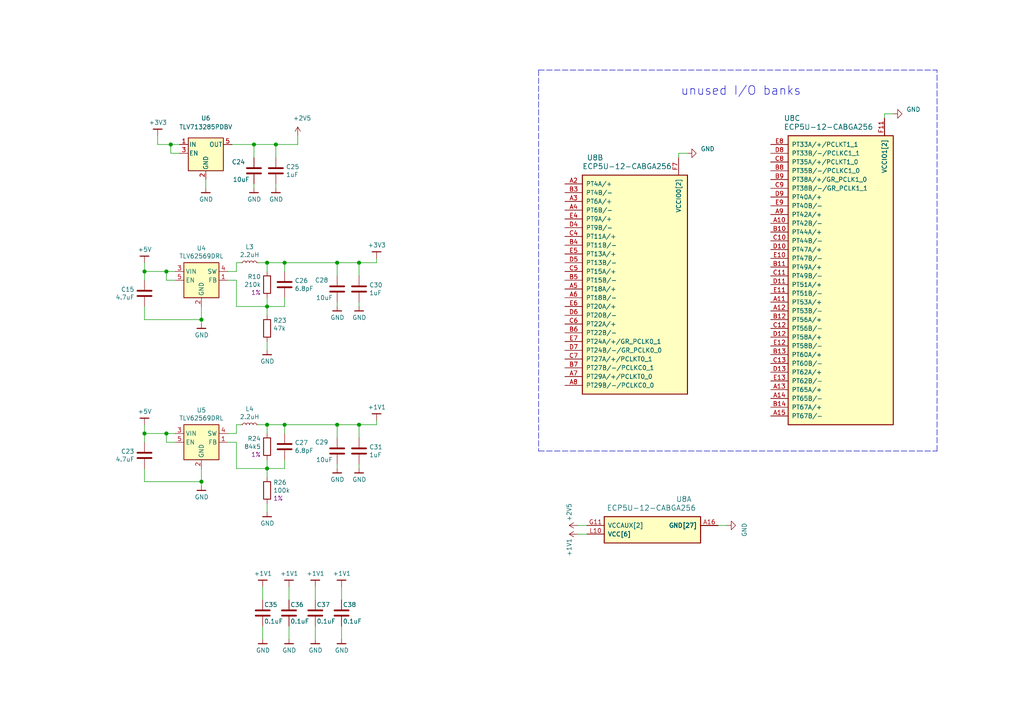
<source format=kicad_sch>
(kicad_sch (version 20201015) (generator eeschema)
  (paper "A4")
  (title_block (title "iCEBreaker++") (date "2020-12-05") (rev "V0.1") (company "GsD") (comment 1 "2020 (C) GsD  <greg.davill@gmail.com>"))
  (lib_symbols
    (symbol "Device:C" (pin_numbers hide) (pin_names (offset 0.254))
      (property "Reference" "C" (at 0.635 2.54 0))
      (property "Value" "C" (at 0.635 -2.54 0))
      (symbol "C_0_1"
        (polyline (pts (xy -2.032 -0.762) (xy 2.032 -0.762)) (stroke (width 0.508)))
        (polyline (pts (xy -2.032 0.762) (xy 2.032 0.762)) (stroke (width 0.508)))
      )
      (symbol "C_1_1"
        (pin passive line (at 0 3.81 270) (length 2.794) (name "~") (number "1"))
        (pin passive line (at 0 -3.81 90) (length 2.794) (name "~") (number "2"))
      )
    )
    (symbol "Device:L_Small" (pin_numbers hide) (pin_names (offset 0.254) hide)
      (property "Reference" "L" (at 0.762 1.016 0))
      (property "Value" "L_Small" (at 0.762 -1.016 0))
      (symbol "L_Small_0_1"
        (arc (start 0 -2.032) (end 0 -1.016) (radius (at 0 -1.524) (length 0.508) (angles -89.9 89.9)))
        (arc (start 0 -1.016) (end 0 0) (radius (at 0 -0.508) (length 0.508) (angles -89.9 89.9)))
        (arc (start 0 0) (end 0 1.016) (radius (at 0 0.508) (length 0.508) (angles -89.9 89.9)))
        (arc (start 0 1.016) (end 0 2.032) (radius (at 0 1.524) (length 0.508) (angles -89.9 89.9)))
      )
      (symbol "L_Small_1_1"
        (pin passive line (at 0 2.54 270) (length 0.508) (name "~") (number "1"))
        (pin passive line (at 0 -2.54 90) (length 0.508) (name "~") (number "2"))
      )
    )
    (symbol "Device:R_3" (pin_numbers hide) (pin_names (offset 0))
      (property "Reference" "R" (at 2.032 0 90))
      (property "Value" "R" (at 0 0 90))
      (symbol "R_3_0_1"
        (rectangle (start -1.016 -2.54) (end 1.016 2.54) (stroke (width 0.254)))
      )
      (symbol "R_3_1_1"
        (pin passive line (at 0 3.81 270) (length 1.27) (name "~") (number "1"))
        (pin passive line (at 0 -3.81 90) (length 1.27) (name "~") (number "2"))
      )
    )
    (symbol "Device:R_4" (pin_numbers hide) (pin_names (offset 0))
      (property "Reference" "R" (at 2.032 0 90))
      (property "Value" "R" (at 0 0 90))
      (symbol "R_4_0_1"
        (rectangle (start -1.016 -2.54) (end 1.016 2.54) (stroke (width 0.254)))
      )
      (symbol "R_4_1_1"
        (pin passive line (at 0 3.81 270) (length 1.27) (name "~") (number "1"))
        (pin passive line (at 0 -3.81 90) (length 1.27) (name "~") (number "2"))
      )
    )
    (symbol "Device:R_5" (pin_numbers hide) (pin_names (offset 0))
      (property "Reference" "R" (at 2.032 0 90))
      (property "Value" "R" (at 0 0 90))
      (symbol "R_5_0_1"
        (rectangle (start -1.016 -2.54) (end 1.016 2.54) (stroke (width 0.254)))
      )
      (symbol "R_5_1_1"
        (pin passive line (at 0 3.81 270) (length 1.27) (name "~") (number "1"))
        (pin passive line (at 0 -3.81 90) (length 1.27) (name "~") (number "2"))
      )
    )
    (symbol "Device:R_6" (pin_numbers hide) (pin_names (offset 0))
      (property "Reference" "R" (at 2.032 0 90))
      (property "Value" "R" (at 0 0 90))
      (symbol "R_6_0_1"
        (rectangle (start -1.016 -2.54) (end 1.016 2.54) (stroke (width 0.254)))
      )
      (symbol "R_6_1_1"
        (pin passive line (at 0 3.81 270) (length 1.27) (name "~") (number "1"))
        (pin passive line (at 0 -3.81 90) (length 1.27) (name "~") (number "2"))
      )
    )
    (symbol "Regulator_Linear:TLV713285PDBV" (pin_names (offset 0.254))
      (property "Reference" "U" (at -3.81 5.715 0))
      (property "Value" "TLV713285PDBV" (at 0 5.715 0))
      (symbol "TLV713285PDBV_0_1"
        (rectangle (start -5.08 4.445) (end 5.08 -5.08) (stroke (width 0.254)) (fill (type background)))
      )
      (symbol "TLV713285PDBV_1_1"
        (pin power_in line (at -7.62 2.54 0) (length 2.54) (name "IN") (number "1"))
        (pin power_in line (at 0 -7.62 90) (length 2.54) (name "GND") (number "2"))
        (pin input line (at -7.62 0 0) (length 2.54) (name "EN") (number "3"))
        (pin unconnected line (at 5.08 0 180) (length 2.54) hide (name "NC") (number "4"))
        (pin power_out line (at 7.62 2.54 180) (length 2.54) (name "OUT") (number "5"))
      )
    )
    (symbol "Regulator_Switching:TLV62569DRL"
      (property "Reference" "U" (at -5.08 6.35 0))
      (property "Value" "TLV62569DRL" (at 0 6.35 0))
      (symbol "TLV62569DRL_0_1"
        (rectangle (start -5.08 5.08) (end 5.08 -5.08) (stroke (width 0.254)) (fill (type background)))
      )
      (symbol "TLV62569DRL_1_1"
        (pin input line (at 7.62 0 180) (length 2.54) (name "FB") (number "1"))
        (pin power_in line (at 0 -7.62 90) (length 2.54) (name "GND") (number "2"))
        (pin power_in line (at -7.62 2.54 0) (length 2.54) (name "VIN") (number "3"))
        (pin power_out line (at 7.62 2.54 180) (length 2.54) (name "SW") (number "4"))
        (pin input line (at -7.62 0 0) (length 2.54) (name "EN") (number "5"))
        (pin unconnected line (at 5.08 -2.54 180) (length 2.54) hide (name "NC") (number "6"))
      )
    )
    (symbol "gkl_power:+1V1" (power) (pin_names (offset 0))
      (property "Value" "+1V1" (at 0 3.556 0))
      (symbol "+1V1_0_1"
        (polyline (pts (xy -1.27 1.905) (xy 1.27 1.905)) (stroke (width 0.3048)))
        (polyline (pts (xy 0 0) (xy 0 1.905)))
      )
      (symbol "+1V1_1_1"
        (pin power_in line (at 0 0 90) (length 0) hide (name "+1V1") (number "1"))
      )
    )
    (symbol "gkl_power:+3V3" (power) (pin_names (offset 0))
      (property "Value" "+3V3" (at 0 3.556 0))
      (symbol "+3V3_0_1"
        (polyline (pts (xy -1.27 1.905) (xy 1.27 1.905)) (stroke (width 0.3048)))
        (polyline (pts (xy 0 0) (xy 0 1.905)))
      )
      (symbol "+3V3_1_1"
        (pin power_in line (at 0 0 90) (length 0) hide (name "+3V3") (number "1"))
      )
    )
    (symbol "gkl_power:+5V" (power) (pin_names (offset 0))
      (property "Value" "+5V" (at 0 3.175 0))
      (symbol "+5V_0_1"
        (polyline (pts (xy -1.27 1.905) (xy 1.27 1.905)) (stroke (width 0.3048)))
        (polyline (pts (xy 0 0) (xy 0 1.905)))
      )
      (symbol "+5V_1_1"
        (pin power_in line (at 0 0 90) (length 0) hide (name "+5V") (number "1"))
      )
    )
    (symbol "gkl_power:GND" (power) (pin_names (offset 0))
      (property "Value" "GND" (at 0 -2.54 0))
      (symbol "GND_0_1"
        (polyline (pts (xy 0 -1.27) (xy 0 0)))
        (polyline (pts (xy 1.27 -1.27) (xy -1.27 -1.27)) (stroke (width 0.3048)))
      )
      (symbol "GND_1_1"
        (pin power_in line (at 0 0 270) (length 0) hide (name "GND") (number "1"))
      )
    )
    (symbol "gsd-kicad:ECP5U-12-CABGA256" (pin_names (offset 1.016))
      (property "Reference" "U" (at 3.81 6.35 0))
      (property "Value" "ECP5U-12-CABGA256" (at 3.81 3.81 0))
      (symbol "ECP5U-12-CABGA256_1_1"
        (rectangle (start 5.08 17.78) (end 12.7 -10.16) (stroke (width 0.3048)) (fill (type background)))
        (pin power_in line (at 7.62 -15.24 90) (length 5.08) (name "GND[27]") (number "A16"))
        (pin power_in line (at 7.62 -15.24 90) (length 5.08) (name "GND[27]") (number "H16"))
        (pin power_in line (at 7.62 -15.24 90) (length 5.08) (name "GND[27]") (number "T16"))
        (pin power_in line (at 7.62 -15.24 90) (length 5.08) (name "GND[27]") (number "D15"))
        (pin power_in line (at 7.62 -15.24 90) (length 5.08) (name "GND[27]") (number "N15"))
        (pin power_in line (at 7.62 -15.24 90) (length 5.08) (name "GND[27]") (number "T12"))
        (pin power_in line (at 7.62 -15.24 90) (length 5.08) (name "GND[27]") (number "G10"))
        (pin power_in line (at 7.62 -15.24 90) (length 5.08) (name "GND[27]") (number "H10"))
        (pin power_in line (at 7.62 -15.24 90) (length 5.08) (name "GND[27]") (number "J10"))
        (pin power_in line (at 7.62 -15.24 90) (length 5.08) (name "GND[27]") (number "K10"))
        (pin power_in line (at 7.62 -15.24 90) (length 5.08) (name "GND[27]") (number "F9"))
        (pin power_in line (at 7.62 -15.24 90) (length 5.08) (name "GND[27]") (number "H9"))
        (pin power_in line (at 7.62 -15.24 90) (length 5.08) (name "GND[27]") (number "J9"))
        (pin power_in line (at 7.62 -15.24 90) (length 5.08) (name "GND[27]") (number "K9"))
        (pin power_in line (at 7.62 -15.24 90) (length 5.08) (name "GND[27]") (number "F8"))
        (pin power_in line (at 7.62 -15.24 90) (length 5.08) (name "GND[27]") (number "G8"))
        (pin power_in line (at 7.62 -15.24 90) (length 5.08) (name "GND[27]") (number "H8"))
        (pin power_in line (at 7.62 -15.24 90) (length 5.08) (name "GND[27]") (number "J8"))
        (pin power_in line (at 7.62 -15.24 90) (length 5.08) (name "GND[27]") (number "K8"))
        (pin power_in line (at 7.62 -15.24 90) (length 5.08) (name "GND[27]") (number "K7"))
        (pin power_in line (at 7.62 -15.24 90) (length 5.08) (name "GND[27]") (number "K6"))
        (pin power_in line (at 7.62 -15.24 90) (length 5.08) (name "GND[27]") (number "T5"))
        (pin power_in line (at 7.62 -15.24 90) (length 5.08) (name "GND[27]") (number "D2"))
        (pin power_in line (at 7.62 -15.24 90) (length 5.08) (name "GND[27]") (number "N2"))
        (pin power_in line (at 7.62 -15.24 90) (length 5.08) (name "GND[27]") (number "A1"))
        (pin power_in line (at 7.62 -15.24 90) (length 5.08) (name "GND[27]") (number "H1"))
        (pin power_in line (at 7.62 -15.24 90) (length 5.08) (name "GND[27]") (number "T1"))
        (pin power_in line (at 10.16 22.86 270) (length 5.08) (name "VCC[6]") (number "L10"))
        (pin power_in line (at 10.16 22.86 270) (length 5.08) (name "VCC[6]") (number "G9"))
        (pin power_in line (at 10.16 22.86 270) (length 5.08) (name "VCC[6]") (number "L9"))
        (pin power_in line (at 10.16 22.86 270) (length 5.08) (name "VCC[6]") (number "L8"))
        (pin power_in line (at 10.16 22.86 270) (length 5.08) (name "VCC[6]") (number "G7"))
        (pin power_in line (at 10.16 22.86 270) (length 5.08) (name "VCC[6]") (number "G6"))
        (pin power_in line (at 7.62 22.86 270) (length 5.08) (name "VCCAUX[2]") (number "G11"))
        (pin power_in line (at 7.62 22.86 270) (length 5.08) (name "VCCAUX[2]") (number "L7"))
      )
      (symbol "ECP5U-12-CABGA256_2_1"
        (rectangle (start 5.08 2.54) (end 35.56 -60.96) (stroke (width 0.3048)) (fill (type background)))
        (pin bidirectional line (at 0 0 0) (length 5.08) (name "PT4A/+") (number "A2"))
        (pin bidirectional line (at 0 -2.54 0) (length 5.08) (name "PT4B/-") (number "B3"))
        (pin bidirectional line (at 0 -5.08 0) (length 5.08) (name "PT6A/+") (number "A3"))
        (pin bidirectional line (at 0 -7.62 0) (length 5.08) (name "PT6B/-") (number "A4"))
        (pin bidirectional line (at 0 -10.16 0) (length 5.08) (name "PT9A/+") (number "E4"))
        (pin bidirectional line (at 0 -12.7 0) (length 5.08) (name "PT9B/-") (number "D4"))
        (pin bidirectional line (at 0 -15.24 0) (length 5.08) (name "PT11A/+") (number "C4"))
        (pin bidirectional line (at 0 -17.78 0) (length 5.08) (name "PT11B/-") (number "B4"))
        (pin bidirectional line (at 0 -20.32 0) (length 5.08) (name "PT13A/+") (number "E5"))
        (pin bidirectional line (at 0 -22.86 0) (length 5.08) (name "PT13B/-") (number "D5"))
        (pin bidirectional line (at 0 -25.4 0) (length 5.08) (name "PT15A/+") (number "C5"))
        (pin bidirectional line (at 0 -27.94 0) (length 5.08) (name "PT15B/-") (number "B5"))
        (pin bidirectional line (at 0 -30.48 0) (length 5.08) (name "PT18A/+") (number "A5"))
        (pin bidirectional line (at 0 -33.02 0) (length 5.08) (name "PT18B/-") (number "A6"))
        (pin bidirectional line (at 0 -35.56 0) (length 5.08) (name "PT20A/+") (number "E6"))
        (pin bidirectional line (at 0 -38.1 0) (length 5.08) (name "PT20B/-") (number "D6"))
        (pin bidirectional line (at 0 -40.64 0) (length 5.08) (name "PT22A/+") (number "C6"))
        (pin bidirectional line (at 0 -43.18 0) (length 5.08) (name "PT22B/-") (number "B6"))
        (pin bidirectional line (at 0 -45.72 0) (length 5.08) (name "PT24A/+/GR_PCLK0_1") (number "E7"))
        (pin bidirectional line (at 0 -48.26 0) (length 5.08) (name "PT24B/-/GR_PCLK0_0") (number "D7"))
        (pin bidirectional line (at 0 -50.8 0) (length 5.08) (name "PT27A/+/PCLKT0_1") (number "C7"))
        (pin bidirectional line (at 0 -53.34 0) (length 5.08) (name "PT27B/-/PCLKC0_1") (number "B7"))
        (pin bidirectional line (at 0 -55.88 0) (length 5.08) (name "PT29A/+/PCLKT0_0") (number "A7"))
        (pin bidirectional line (at 0 -58.42 0) (length 5.08) (name "PT29B/-/PCLKC0_0") (number "A8"))
        (pin power_in line (at 33.02 7.62 270) (length 5.08) (name "VCCIO0[2]") (number "F7"))
        (pin power_in line (at 33.02 7.62 270) (length 5.08) (name "VCCIO0[2]") (number "F6"))
      )
      (symbol "ECP5U-12-CABGA256_3_1"
        (rectangle (start 5.08 2.54) (end 35.56 -81.28) (stroke (width 0.3048)) (fill (type background)))
        (pin bidirectional line (at 0 0 0) (length 5.08) (name "PT33A/+/PCLKT1_1") (number "E8"))
        (pin bidirectional line (at 0 -2.54 0) (length 5.08) (name "PT33B/-/PCLKC1_1") (number "D8"))
        (pin bidirectional line (at 0 -5.08 0) (length 5.08) (name "PT35A/+/PCLKT1_0") (number "C8"))
        (pin bidirectional line (at 0 -7.62 0) (length 5.08) (name "PT35B/-/PCLKC1_0") (number "B8"))
        (pin bidirectional line (at 0 -10.16 0) (length 5.08) (name "PT38A/+/GR_PCLK1_0") (number "B9"))
        (pin bidirectional line (at 0 -12.7 0) (length 5.08) (name "PT38B/-/GR_PCLK1_1") (number "C9"))
        (pin bidirectional line (at 0 -15.24 0) (length 5.08) (name "PT40A/+") (number "D9"))
        (pin bidirectional line (at 0 -17.78 0) (length 5.08) (name "PT40B/-") (number "E9"))
        (pin bidirectional line (at 0 -20.32 0) (length 5.08) (name "PT42A/+") (number "A9"))
        (pin bidirectional line (at 0 -22.86 0) (length 5.08) (name "PT42B/-") (number "A10"))
        (pin bidirectional line (at 0 -25.4 0) (length 5.08) (name "PT44A/+") (number "B10"))
        (pin bidirectional line (at 0 -27.94 0) (length 5.08) (name "PT44B/-") (number "C10"))
        (pin bidirectional line (at 0 -30.48 0) (length 5.08) (name "PT47A/+") (number "D10"))
        (pin bidirectional line (at 0 -33.02 0) (length 5.08) (name "PT47B/-") (number "E10"))
        (pin bidirectional line (at 0 -35.56 0) (length 5.08) (name "PT49A/+") (number "B11"))
        (pin bidirectional line (at 0 -38.1 0) (length 5.08) (name "PT49B/-") (number "C11"))
        (pin bidirectional line (at 0 -40.64 0) (length 5.08) (name "PT51A/+") (number "D11"))
        (pin bidirectional line (at 0 -43.18 0) (length 5.08) (name "PT51B/-") (number "E11"))
        (pin bidirectional line (at 0 -45.72 0) (length 5.08) (name "PT53A/+") (number "A11"))
        (pin bidirectional line (at 0 -48.26 0) (length 5.08) (name "PT53B/-") (number "A12"))
        (pin bidirectional line (at 0 -50.8 0) (length 5.08) (name "PT56A/+") (number "B12"))
        (pin bidirectional line (at 0 -53.34 0) (length 5.08) (name "PT56B/-") (number "C12"))
        (pin bidirectional line (at 0 -55.88 0) (length 5.08) (name "PT58A/+") (number "D12"))
        (pin bidirectional line (at 0 -58.42 0) (length 5.08) (name "PT58B/-") (number "E12"))
        (pin bidirectional line (at 0 -60.96 0) (length 5.08) (name "PT60A/+") (number "B13"))
        (pin bidirectional line (at 0 -63.5 0) (length 5.08) (name "PT60B/-") (number "C13"))
        (pin bidirectional line (at 0 -66.04 0) (length 5.08) (name "PT62A/+") (number "D13"))
        (pin bidirectional line (at 0 -68.58 0) (length 5.08) (name "PT62B/-") (number "E13"))
        (pin bidirectional line (at 0 -71.12 0) (length 5.08) (name "PT65A/+") (number "A13"))
        (pin bidirectional line (at 0 -73.66 0) (length 5.08) (name "PT65B/-") (number "A14"))
        (pin bidirectional line (at 0 -76.2 0) (length 5.08) (name "PT67A/+") (number "B14"))
        (pin bidirectional line (at 0 -78.74 0) (length 5.08) (name "PT67B/-") (number "A15"))
        (pin power_in line (at 33.02 7.62 270) (length 5.08) (name "VCCIO1[2]") (number "F11"))
        (pin power_in line (at 33.02 7.62 270) (length 5.08) (name "VCCIO1[2]") (number "F10"))
      )
      (symbol "ECP5U-12-CABGA256_4_1"
        (rectangle (start 5.08 2.54) (end 48.26 -81.28) (stroke (width 0.3048)) (fill (type background)))
        (pin bidirectional line (at 0 0 0) (length 5.08) (name "PR2A/+/HS/RDQ8") (number "B16"))
        (pin bidirectional line (at 0 -2.54 0) (length 5.08) (name "PR2B/-/S0_IN/HS/RDQ8") (number "B15"))
        (pin bidirectional line (at 0 -5.08 0) (length 5.08) (name "PR2C/+/RDQ8") (number "C14"))
        (pin bidirectional line (at 0 -7.62 0) (length 5.08) (name "PR2D/-/RDQ8") (number "D14"))
        (pin bidirectional line (at 0 -10.16 0) (length 5.08) (name "PR5A/+/HS/RDQ8") (number "C16"))
        (pin bidirectional line (at 0 -12.7 0) (length 5.08) (name "PR5B/-/HS/RDQ8") (number "C15"))
        (pin bidirectional line (at 0 -15.24 0) (length 5.08) (name "PR5C/+/RDQ8") (number "E14"))
        (pin bidirectional line (at 0 -17.78 0) (length 5.08) (name "PR5D/-/RDQ8") (number "F14"))
        (pin bidirectional line (at 0 -20.32 0) (length 5.08) (name "PR8A/+/HS/RDQS8") (number "D16"))
        (pin bidirectional line (at 0 -22.86 0) (length 5.08) (name "PR8B/-/HS/RDQSN8") (number "E15"))
        (pin bidirectional line (at 0 -25.4 0) (length 5.08) (name "PR8C/+/RDQ8") (number "F13"))
        (pin bidirectional line (at 0 -27.94 0) (length 5.08) (name "PR8D/-/RDQ8") (number "F12"))
        (pin bidirectional line (at 0 -30.48 0) (length 5.08) (name "PR11A/+/HS/RDQ8") (number "G12"))
        (pin bidirectional line (at 0 -33.02 0) (length 5.08) (name "PR11B/-/HS/RDQ8") (number "G13"))
        (pin bidirectional line (at 0 -35.56 0) (length 5.08) (name "PR11C/+/RDQ8") (number "F15"))
        (pin bidirectional line (at 0 -38.1 0) (length 5.08) (name "PR11D/-/RDQ8") (number "E16"))
        (pin bidirectional line (at 0 -40.64 0) (length 5.08) (name "PR14A/+/HS/RDQ20") (number "F16"))
        (pin bidirectional line (at 0 -43.18 0) (length 5.08) (name "PR14B/-/HS/RDQ20") (number "G15"))
        (pin bidirectional line (at 0 -45.72 0) (length 5.08) (name "PR14C/+/VREF1_2/RDQ20") (number "G14"))
        (pin bidirectional line (at 0 -48.26 0) (length 5.08) (name "PR14D/-/RDQ20") (number "H14"))
        (pin bidirectional line (at 0 -50.8 0) (length 5.08) (name "PR17A/+/HS/RDQ20") (number "H12"))
        (pin bidirectional line (at 0 -53.34 0) (length 5.08) (name "PR17B/-/HS/RDQ20") (number "H13"))
        (pin bidirectional line (at 0 -55.88 0) (length 5.08) (name "PR17C/+/RDQ20") (number "J13"))
        (pin bidirectional line (at 0 -58.42 0) (length 5.08) (name "PR17D/-/RDQ20") (number "J12"))
        (pin bidirectional line (at 0 -60.96 0) (length 5.08) (name "PR20A/+/GR_PCLK2_1/HS/RDQS20") (number "G16"))
        (pin bidirectional line (at 0 -63.5 0) (length 5.08) (name "PR20B/-/HS/RDQSN20") (number "H15"))
        (pin bidirectional line (at 0 -66.04 0) (length 5.08) (name "PR20C/+/GR_PCLK2_0/RDQ20") (number "J14"))
        (pin bidirectional line (at 0 -68.58 0) (length 5.08) (name "PR20D/-/RDQ20") (number "K14"))
        (pin bidirectional line (at 0 -71.12 0) (length 5.08) (name "PR23A/+/PCLKT2_1/HS/RDQ20") (number "J16"))
        (pin bidirectional line (at 0 -73.66 0) (length 5.08) (name "PR23B/-/PCLKC2_1/HS/RDQ20") (number "J15"))
        (pin bidirectional line (at 0 -76.2 0) (length 5.08) (name "PR23C/+/PCLKT2_0/RDQ20") (number "K16"))
        (pin bidirectional line (at 0 -78.74 0) (length 5.08) (name "PR23D/-/PCLKC2_0/RDQ20") (number "K15"))
        (pin power_in line (at 45.72 7.62 270) (length 5.08) (name "VCCIO2[2]") (number "H11"))
        (pin power_in line (at 45.72 7.62 270) (length 5.08) (name "VCCIO2[2]") (number "J11"))
      )
      (symbol "ECP5U-12-CABGA256_5_1"
        (rectangle (start 5.08 2.54) (end 48.26 -81.28) (stroke (width 0.3048)) (fill (type background)))
        (pin bidirectional line (at 0 0 0) (length 5.08) (name "PR26A/+/PCLKT3_1/HS/RDQ32") (number "L16"))
        (pin bidirectional line (at 0 -2.54 0) (length 5.08) (name "PR26B/-/PCLKC3_1/HS/RDQ32") (number "L15"))
        (pin bidirectional line (at 0 -5.08 0) (length 5.08) (name "PR26C/+/PCLKT3_0/RDQ32") (number "M16"))
        (pin bidirectional line (at 0 -7.62 0) (length 5.08) (name "PR26D/-/PCLKC3_0/RDQ32") (number "M15"))
        (pin bidirectional line (at 0 -10.16 0) (length 5.08) (name "PR29A/+/GR_PCLK3_0/HS/RDQ32") (number "K13"))
        (pin bidirectional line (at 0 -12.7 0) (length 5.08) (name "PR29B/-/HS/RDQ32") (number "K12"))
        (pin bidirectional line (at 0 -15.24 0) (length 5.08) (name "PR29C/+/GR_PCLK3_1/RDQ32") (number "L13"))
        (pin bidirectional line (at 0 -17.78 0) (length 5.08) (name "PR29D/-/RDQ32") (number "L12"))
        (pin bidirectional line (at 0 -20.32 0) (length 5.08) (name "PR32A/+/HS/RDQS32") (number "N16"))
        (pin bidirectional line (at 0 -22.86 0) (length 5.08) (name "PR32B/-/HS/RDQSN32") (number "P15"))
        (pin bidirectional line (at 0 -25.4 0) (length 5.08) (name "PR32C/+/RDQ32") (number "L14"))
        (pin bidirectional line (at 0 -27.94 0) (length 5.08) (name "PR32D/-/RDQ32") (number "M14"))
        (pin bidirectional line (at 0 -30.48 0) (length 5.08) (name "PR35A/+/HS/RDQ32") (number "P16"))
        (pin bidirectional line (at 0 -33.02 0) (length 5.08) (name "PR35B/-/VREF1_3/HS/RDQ32") (number "R16"))
        (pin bidirectional line (at 0 -35.56 0) (length 5.08) (name "PR35C/+/RDQ32") (number "M13"))
        (pin bidirectional line (at 0 -38.1 0) (length 5.08) (name "PR35D/-/RDQ32") (number "N14"))
        (pin bidirectional line (at 0 -40.64 0) (length 5.08) (name "PR38A/+/HS/RDQ44") (number "N13"))
        (pin bidirectional line (at 0 -43.18 0) (length 5.08) (name "PR38B/-/HS/RDQ44") (number "P14"))
        (pin bidirectional line (at 0 -45.72 0) (length 5.08) (name "PR38C/+/RDQ44") (number "R15"))
        (pin bidirectional line (at 0 -48.26 0) (length 5.08) (name "PR38D/-/RDQ44") (number "T15"))
        (pin bidirectional line (at 0 -50.8 0) (length 5.08) (name "PR41A/+/HS/RDQ44") (number "P13"))
        (pin bidirectional line (at 0 -53.34 0) (length 5.08) (name "PR41B/-/HS/RDQ44") (number "R14"))
        (pin bidirectional line (at 0 -55.88 0) (length 5.08) (name "PR41C/+/RDQ44") (number "R13"))
        (pin bidirectional line (at 0 -58.42 0) (length 5.08) (name "PR41D/-/RDQ44") (number "T14"))
        (pin bidirectional line (at 0 -60.96 0) (length 5.08) (name "PR44A/+/HS/RDQS44") (number "R12"))
        (pin bidirectional line (at 0 -63.5 0) (length 5.08) (name "PR44B/-/HS/RDQSN44") (number "T13"))
        (pin bidirectional line (at 0 -66.04 0) (length 5.08) (name "PR44C/+/RDQ44") (number "M12"))
        (pin bidirectional line (at 0 -68.58 0) (length 5.08) (name "PR44D/-/RDQ44") (number "N12"))
        (pin bidirectional line (at 0 -71.12 0) (length 5.08) (name "PR47A/+/HS/RDQ44") (number "M11"))
        (pin bidirectional line (at 0 -73.66 0) (length 5.08) (name "PR47B/-/HS/RDQ44") (number "N11"))
        (pin bidirectional line (at 0 -76.2 0) (length 5.08) (name "PR47C/+/LRC_GPLL0T_IN/RDQ44") (number "P11"))
        (pin bidirectional line (at 0 -78.74 0) (length 5.08) (name "PR47D/-/LRC_GPLL0C_IN/RDQ44") (number "P12"))
        (pin power_in line (at 45.72 7.62 270) (length 5.08) (name "VCCIO3[2]") (number "K11"))
        (pin power_in line (at 45.72 7.62 270) (length 5.08) (name "VCCIO3[2]") (number "L11"))
      )
      (symbol "ECP5U-12-CABGA256_6_1"
        (rectangle (start 5.08 2.54) (end 48.26 -81.28) (stroke (width 0.3048)) (fill (type background)))
        (pin bidirectional line (at 0 0 0) (length 5.08) (name "PL26A/+/PCLKT6_1/HS/LDQ32") (number "L1"))
        (pin bidirectional line (at 0 -2.54 0) (length 5.08) (name "PL26B/-/PCLKC6_1/HS/LDQ32") (number "L2"))
        (pin bidirectional line (at 0 -5.08 0) (length 5.08) (name "PL26C/+/PCLKT6_0/LDQ32") (number "M1"))
        (pin bidirectional line (at 0 -7.62 0) (length 5.08) (name "PL26D/-/PCLKC6_0/LDQ32") (number "M2"))
        (pin bidirectional line (at 0 -10.16 0) (length 5.08) (name "PL29A/+/GR_PCLK6_0/HS/LDQ32") (number "K4"))
        (pin bidirectional line (at 0 -12.7 0) (length 5.08) (name "PL29B/-/HS/LDQ32") (number "K5"))
        (pin bidirectional line (at 0 -15.24 0) (length 5.08) (name "PL29C/+/GR_PCLK6_1/LDQ32") (number "L4"))
        (pin bidirectional line (at 0 -17.78 0) (length 5.08) (name "PL29D/-/LDQ32") (number "L5"))
        (pin bidirectional line (at 0 -20.32 0) (length 5.08) (name "PL32A/+/HS/LDQS32") (number "N1"))
        (pin bidirectional line (at 0 -22.86 0) (length 5.08) (name "PL32B/-/HS/LDQSN32") (number "P2"))
        (pin bidirectional line (at 0 -25.4 0) (length 5.08) (name "PL32C/+/LDQ32") (number "L3"))
        (pin bidirectional line (at 0 -27.94 0) (length 5.08) (name "PL32D/-/LDQ32") (number "M3"))
        (pin bidirectional line (at 0 -30.48 0) (length 5.08) (name "PL35A/+/HS/LDQ32") (number "P1"))
        (pin bidirectional line (at 0 -33.02 0) (length 5.08) (name "PL35B/-/VREF1_6/HS/LDQ32") (number "R1"))
        (pin bidirectional line (at 0 -35.56 0) (length 5.08) (name "PL35C/+/LDQ32") (number "M4"))
        (pin bidirectional line (at 0 -38.1 0) (length 5.08) (name "PL35D/-/LDQ32") (number "N3"))
        (pin bidirectional line (at 0 -40.64 0) (length 5.08) (name "PL38A/+/HS/LDQ44") (number "N4"))
        (pin bidirectional line (at 0 -43.18 0) (length 5.08) (name "PL38B/-/HS/LDQ44") (number "P3"))
        (pin bidirectional line (at 0 -45.72 0) (length 5.08) (name "PL38C/+/LDQ44") (number "R2"))
        (pin bidirectional line (at 0 -48.26 0) (length 5.08) (name "PL38D/-/LDQ44") (number "T2"))
        (pin bidirectional line (at 0 -50.8 0) (length 5.08) (name "PL41A/+/HS/LDQ44") (number "P4"))
        (pin bidirectional line (at 0 -53.34 0) (length 5.08) (name "PL41B/-/HS/LDQ44") (number "R3"))
        (pin bidirectional line (at 0 -55.88 0) (length 5.08) (name "PL41C/+/LDQ44") (number "R4"))
        (pin bidirectional line (at 0 -58.42 0) (length 5.08) (name "PL41D/-/LDQ44") (number "T3"))
        (pin bidirectional line (at 0 -60.96 0) (length 5.08) (name "PL44A/+/HS/LDQS44") (number "R5"))
        (pin bidirectional line (at 0 -63.5 0) (length 5.08) (name "PL44B/-/HS/LDQSN44") (number "T4"))
        (pin bidirectional line (at 0 -66.04 0) (length 5.08) (name "PL44C/+/LDQ44") (number "M5"))
        (pin bidirectional line (at 0 -68.58 0) (length 5.08) (name "PL44D/-/LDQ44") (number "N5"))
        (pin bidirectional line (at 0 -71.12 0) (length 5.08) (name "PL47A/+/HS/LDQ44") (number "M6"))
        (pin bidirectional line (at 0 -73.66 0) (length 5.08) (name "PL47B/-/HS/LDQ44") (number "N6"))
        (pin bidirectional line (at 0 -76.2 0) (length 5.08) (name "PL47C/+/LLC_GPLL0T_IN/LDQ44") (number "P6"))
        (pin bidirectional line (at 0 -78.74 0) (length 5.08) (name "PL47D/-/LLC_GPLL0C_IN/LDQ44") (number "P5"))
        (pin power_in line (at 45.72 7.62 270) (length 5.08) (name "VCCIO6[2]") (number "J7"))
        (pin power_in line (at 45.72 7.62 270) (length 5.08) (name "VCCIO6[2]") (number "J6"))
      )
      (symbol "ECP5U-12-CABGA256_7_1"
        (rectangle (start 5.08 2.54) (end 48.26 -81.28) (stroke (width 0.3048)) (fill (type background)))
        (pin bidirectional line (at 0 0 0) (length 5.08) (name "PL2A/+/HS/LDQ8") (number "B1"))
        (pin bidirectional line (at 0 -2.54 0) (length 5.08) (name "PL2B/-/HS/LDQ8") (number "B2"))
        (pin bidirectional line (at 0 -5.08 0) (length 5.08) (name "PL2C/+/LDQ8") (number "C3"))
        (pin bidirectional line (at 0 -7.62 0) (length 5.08) (name "PL2D/-/LDQ8") (number "D3"))
        (pin bidirectional line (at 0 -10.16 0) (length 5.08) (name "PL5A/+/HS/LDQ8") (number "C1"))
        (pin bidirectional line (at 0 -12.7 0) (length 5.08) (name "PL5B/-/HS/LDQ8") (number "C2"))
        (pin bidirectional line (at 0 -15.24 0) (length 5.08) (name "PL5C/+/LDQ8") (number "E3"))
        (pin bidirectional line (at 0 -17.78 0) (length 5.08) (name "PL5D/-/LDQ8") (number "F3"))
        (pin bidirectional line (at 0 -20.32 0) (length 5.08) (name "PL8A/+/HS/LDQS8") (number "D1"))
        (pin bidirectional line (at 0 -22.86 0) (length 5.08) (name "PL8B/-/HS/LDQSN8") (number "E2"))
        (pin bidirectional line (at 0 -25.4 0) (length 5.08) (name "PL8C/+/LDQ8") (number "F4"))
        (pin bidirectional line (at 0 -27.94 0) (length 5.08) (name "PL8D/-/LDQ8") (number "F5"))
        (pin bidirectional line (at 0 -30.48 0) (length 5.08) (name "PL11A/+/HS/LDQ8") (number "G5"))
        (pin bidirectional line (at 0 -33.02 0) (length 5.08) (name "PL11B/-/HS/LDQ8") (number "G4"))
        (pin bidirectional line (at 0 -35.56 0) (length 5.08) (name "PL11C/+/LDQ8") (number "F2"))
        (pin bidirectional line (at 0 -38.1 0) (length 5.08) (name "PL11D/-/LDQ8") (number "E1"))
        (pin bidirectional line (at 0 -40.64 0) (length 5.08) (name "PL14A/+/HS/LDQ20") (number "F1"))
        (pin bidirectional line (at 0 -43.18 0) (length 5.08) (name "PL14B/-/HS/LDQ20") (number "G2"))
        (pin bidirectional line (at 0 -45.72 0) (length 5.08) (name "PL14C/+/VREF1_7/LDQ20") (number "G3"))
        (pin bidirectional line (at 0 -48.26 0) (length 5.08) (name "PL14D/-/LDQ20") (number "H3"))
        (pin bidirectional line (at 0 -50.8 0) (length 5.08) (name "PL17A/+/HS/LDQ20") (number "H5"))
        (pin bidirectional line (at 0 -53.34 0) (length 5.08) (name "PL17B/-/HS/LDQ20") (number "H4"))
        (pin bidirectional line (at 0 -55.88 0) (length 5.08) (name "PL17C/+/LDQ20") (number "J4"))
        (pin bidirectional line (at 0 -58.42 0) (length 5.08) (name "PL17D/-/LDQ20") (number "J5"))
        (pin bidirectional line (at 0 -60.96 0) (length 5.08) (name "PL20A/+/GR_PCLK7_1/HS/LDQS20") (number "G1"))
        (pin bidirectional line (at 0 -63.5 0) (length 5.08) (name "PL20B/-/HS/LDQSN20") (number "H2"))
        (pin bidirectional line (at 0 -66.04 0) (length 5.08) (name "PL20C/+/GR_PCLK7_0/LDQ20") (number "J3"))
        (pin bidirectional line (at 0 -68.58 0) (length 5.08) (name "PL20D/-/LDQ20") (number "K3"))
        (pin bidirectional line (at 0 -71.12 0) (length 5.08) (name "PL23A/+/PCLKT7_1/HS/LDQ20") (number "J1"))
        (pin bidirectional line (at 0 -73.66 0) (length 5.08) (name "PL23B/-/PCLKC7_1/HS/LDQ20") (number "J2"))
        (pin bidirectional line (at 0 -76.2 0) (length 5.08) (name "PL23C/+/PCLKT7_0/LDQ20") (number "K1"))
        (pin bidirectional line (at 0 -78.74 0) (length 5.08) (name "PL23D/-/PCLKC7_0/LDQ20") (number "K2"))
        (pin power_in line (at 45.72 7.62 270) (length 5.08) (name "VCCIO7[2]") (number "H7"))
        (pin power_in line (at 45.72 7.62 270) (length 5.08) (name "VCCIO7[2]") (number "H6"))
      )
      (symbol "ECP5U-12-CABGA256_8_1"
        (rectangle (start 5.08 2.54) (end 53.34 -50.8) (stroke (width 0.3048)) (fill (type background)))
        (pin bidirectional line (at 0 0 0) (length 5.08) (name "CCLK/MCLK/SCK") (number "N9"))
        (pin bidirectional line (at 0 -2.54 0) (length 5.08) (name "CFG_0") (number "N10"))
        (pin bidirectional line (at 0 -5.08 0) (length 5.08) (name "CFG_1") (number "P10"))
        (pin bidirectional line (at 0 -7.62 0) (length 5.08) (name "CFG_2") (number "R10"))
        (pin bidirectional line (at 0 -10.16 0) (length 5.08) (name "DONE") (number "P9"))
        (pin bidirectional line (at 0 -12.7 0) (length 5.08) (name "INITN") (number "T9"))
        (pin bidirectional line (at 0 -15.24 0) (length 5.08) (name "PB4A/+/D7/IO7") (number "T6"))
        (pin bidirectional line (at 0 -17.78 0) (length 5.08) (name "PB4B/-/D6/IO6") (number "R6"))
        (pin bidirectional line (at 0 -20.32 0) (length 5.08) (name "PB6A/+/D5/MISO2/IO5") (number "R7"))
        (pin bidirectional line (at 0 -22.86 0) (length 5.08) (name "PB6B/-/D4/MOSI2/IO4") (number "P7"))
        (pin bidirectional line (at 0 -25.4 0) (length 5.08) (name "PB9A/+/D3/IO3") (number "N7"))
        (pin bidirectional line (at 0 -27.94 0) (length 5.08) (name "PB9B/-/D2/IO2") (number "M7"))
        (pin bidirectional line (at 0 -30.48 0) (length 5.08) (name "PB11A/+/D1/MISO/IO1") (number "T7"))
        (pin bidirectional line (at 0 -33.02 0) (length 5.08) (name "PB11B/-/D0/MOSI/IO0") (number "T8"))
        (pin bidirectional line (at 0 -35.56 0) (length 5.08) (name "PB13A/+/SN/CSN") (number "R8"))
        (pin bidirectional line (at 0 -38.1 0) (length 5.08) (name "PB13B/-/CS1N") (number "P8"))
        (pin bidirectional line (at 0 -40.64 0) (length 5.08) (name "PB15A/+/HOLDN/DI/BUSY/CSSPIN/CEN") (number "N8"))
        (pin bidirectional line (at 0 -43.18 0) (length 5.08) (name "PB15B/-/DOUT/CSON") (number "M8"))
        (pin bidirectional line (at 0 -45.72 0) (length 5.08) (name "PB18A/WRITEN") (number "M9"))
        (pin bidirectional line (at 0 -48.26 0) (length 5.08) (name "PROGRAMN") (number "R9"))
        (pin power_in line (at 50.8 7.62 270) (length 5.08) (name "VCCIO8") (number "L6"))
      )
      (symbol "ECP5U-12-CABGA256_9_1"
        (rectangle (start 5.08 2.54) (end 12.7 -10.16) (stroke (width 0.3048)) (fill (type background)))
        (pin bidirectional line (at 0 0 0) (length 5.08) (name "TCK") (number "T10"))
        (pin bidirectional line (at 0 -2.54 0) (length 5.08) (name "TDI") (number "R11"))
        (pin bidirectional line (at 0 -5.08 0) (length 5.08) (name "TDO") (number "M10"))
        (pin bidirectional line (at 0 -7.62 0) (length 5.08) (name "TMS") (number "T11"))
      )
    )
    (symbol "power:+1V1" (power) (pin_names (offset 0))
      (property "Value" "+1V1" (at 0 3.556 0))
      (symbol "+1V1_0_1"
        (polyline (pts (xy -0.762 1.27) (xy 0 2.54)))
        (polyline (pts (xy 0 0) (xy 0 2.54)))
        (polyline (pts (xy 0 2.54) (xy 0.762 1.27)))
      )
      (symbol "+1V1_1_1"
        (pin power_in line (at 0 0 90) (length 0) hide (name "+1V1") (number "1"))
      )
    )
    (symbol "power:+2V5" (power) (pin_names (offset 0))
      (property "Value" "+2V5" (at 0 3.556 0))
      (symbol "+2V5_0_1"
        (polyline (pts (xy -0.762 1.27) (xy 0 2.54)))
        (polyline (pts (xy 0 0) (xy 0 2.54)))
        (polyline (pts (xy 0 2.54) (xy 0.762 1.27)))
      )
      (symbol "+2V5_1_1"
        (pin power_in line (at 0 0 90) (length 0) hide (name "+2V5") (number "1"))
      )
    )
    (symbol "power:GND" (power) (pin_names (offset 0))
      (property "Value" "GND" (at 0 -3.81 0))
      (symbol "GND_0_1"
        (polyline (pts (xy 0 0) (xy 0 -1.27) (xy 1.27 -1.27) (xy 0 -2.54) (xy -1.27 -1.27) (xy 0 -1.27)))
      )
      (symbol "GND_1_1"
        (pin power_in line (at 0 0 270) (length 0) hide (name "GND") (number "1"))
      )
    )
  )
  (junction (at 41.91 78.74) (diameter 1.016))
  (junction (at 41.91 125.73) (diameter 1.016))
  (junction (at 48.26 78.74) (diameter 1.016))
  (junction (at 48.26 125.73) (diameter 1.016))
  (junction (at 49.53 41.91) (diameter 1.016))
  (junction (at 58.42 92.71) (diameter 1.016))
  (junction (at 58.42 139.7) (diameter 1.016))
  (junction (at 73.66 41.91) (diameter 1.016))
  (junction (at 77.47 76.2) (diameter 1.016))
  (junction (at 77.47 88.9) (diameter 1.016))
  (junction (at 77.47 123.19) (diameter 1.016))
  (junction (at 77.47 135.89) (diameter 1.016))
  (junction (at 80.01 41.91) (diameter 1.016))
  (junction (at 82.55 76.2) (diameter 1.016))
  (junction (at 82.55 123.19) (diameter 1.016))
  (junction (at 97.79 76.2) (diameter 1.016))
  (junction (at 97.79 123.19) (diameter 1.016))
  (junction (at 104.14 76.2) (diameter 1.016))
  (junction (at 104.14 123.19) (diameter 1.016))
  (wire (pts (xy 41.91 76.2) (xy 41.91 78.74)))
  (wire (pts (xy 41.91 78.74) (xy 41.91 81.28)))
  (wire (pts (xy 41.91 78.74) (xy 48.26 78.74)))
  (wire (pts (xy 41.91 88.9) (xy 41.91 92.71)))
  (wire (pts (xy 41.91 92.71) (xy 58.42 92.71)))
  (wire (pts (xy 41.91 123.19) (xy 41.91 125.73)))
  (wire (pts (xy 41.91 125.73) (xy 41.91 128.27)))
  (wire (pts (xy 41.91 125.73) (xy 48.26 125.73)))
  (wire (pts (xy 41.91 135.89) (xy 41.91 139.7)))
  (wire (pts (xy 41.91 139.7) (xy 58.42 139.7)))
  (wire (pts (xy 45.72 39.37) (xy 45.72 41.91)))
  (wire (pts (xy 45.72 41.91) (xy 49.53 41.91)))
  (wire (pts (xy 48.26 78.74) (xy 50.8 78.74)))
  (wire (pts (xy 48.26 81.28) (xy 48.26 78.74)))
  (wire (pts (xy 48.26 125.73) (xy 50.8 125.73)))
  (wire (pts (xy 48.26 128.27) (xy 48.26 125.73)))
  (wire (pts (xy 49.53 41.91) (xy 49.53 44.45)))
  (wire (pts (xy 49.53 41.91) (xy 52.07 41.91)))
  (wire (pts (xy 50.8 81.28) (xy 48.26 81.28)))
  (wire (pts (xy 50.8 128.27) (xy 48.26 128.27)))
  (wire (pts (xy 52.07 44.45) (xy 49.53 44.45)))
  (wire (pts (xy 58.42 88.9) (xy 58.42 92.71)))
  (wire (pts (xy 58.42 92.71) (xy 58.42 93.98)))
  (wire (pts (xy 58.42 135.89) (xy 58.42 139.7)))
  (wire (pts (xy 58.42 139.7) (xy 58.42 140.97)))
  (wire (pts (xy 59.69 52.07) (xy 59.69 54.61)))
  (wire (pts (xy 67.31 41.91) (xy 73.66 41.91)))
  (wire (pts (xy 68.58 76.2) (xy 68.58 78.74)))
  (wire (pts (xy 68.58 76.2) (xy 69.85 76.2)))
  (wire (pts (xy 68.58 78.74) (xy 66.04 78.74)))
  (wire (pts (xy 68.58 81.28) (xy 66.04 81.28)))
  (wire (pts (xy 68.58 88.9) (xy 68.58 81.28)))
  (wire (pts (xy 68.58 123.19) (xy 68.58 125.73)))
  (wire (pts (xy 68.58 123.19) (xy 69.85 123.19)))
  (wire (pts (xy 68.58 125.73) (xy 66.04 125.73)))
  (wire (pts (xy 68.58 128.27) (xy 66.04 128.27)))
  (wire (pts (xy 68.58 135.89) (xy 68.58 128.27)))
  (wire (pts (xy 68.58 135.89) (xy 77.47 135.89)))
  (wire (pts (xy 73.66 41.91) (xy 80.01 41.91)))
  (wire (pts (xy 73.66 45.72) (xy 73.66 41.91)))
  (wire (pts (xy 73.66 53.34) (xy 73.66 54.61)))
  (wire (pts (xy 74.93 76.2) (xy 77.47 76.2)))
  (wire (pts (xy 74.93 123.19) (xy 77.47 123.19)))
  (wire (pts (xy 76.2 170.18) (xy 76.2 173.99)))
  (wire (pts (xy 76.2 181.61) (xy 76.2 185.42)))
  (wire (pts (xy 77.47 76.2) (xy 77.47 78.74)))
  (wire (pts (xy 77.47 76.2) (xy 82.55 76.2)))
  (wire (pts (xy 77.47 86.36) (xy 77.47 88.9)))
  (wire (pts (xy 77.47 88.9) (xy 68.58 88.9)))
  (wire (pts (xy 77.47 88.9) (xy 77.47 91.44)))
  (wire (pts (xy 77.47 99.06) (xy 77.47 101.6)))
  (wire (pts (xy 77.47 123.19) (xy 77.47 125.73)))
  (wire (pts (xy 77.47 123.19) (xy 82.55 123.19)))
  (wire (pts (xy 77.47 133.35) (xy 77.47 135.89)))
  (wire (pts (xy 77.47 135.89) (xy 77.47 138.43)))
  (wire (pts (xy 77.47 146.05) (xy 77.47 148.59)))
  (wire (pts (xy 80.01 41.91) (xy 80.01 45.72)))
  (wire (pts (xy 80.01 41.91) (xy 86.36 41.91)))
  (wire (pts (xy 80.01 53.34) (xy 80.01 54.61)))
  (wire (pts (xy 82.55 76.2) (xy 82.55 78.74)))
  (wire (pts (xy 82.55 76.2) (xy 97.79 76.2)))
  (wire (pts (xy 82.55 86.36) (xy 82.55 88.9)))
  (wire (pts (xy 82.55 88.9) (xy 77.47 88.9)))
  (wire (pts (xy 82.55 123.19) (xy 82.55 125.73)))
  (wire (pts (xy 82.55 123.19) (xy 97.79 123.19)))
  (wire (pts (xy 82.55 133.35) (xy 82.55 135.89)))
  (wire (pts (xy 82.55 135.89) (xy 77.47 135.89)))
  (wire (pts (xy 83.82 170.18) (xy 83.82 173.99)))
  (wire (pts (xy 83.82 181.61) (xy 83.82 185.42)))
  (wire (pts (xy 86.36 39.37) (xy 86.36 41.91)))
  (wire (pts (xy 91.44 170.18) (xy 91.44 173.99)))
  (wire (pts (xy 91.44 181.61) (xy 91.44 185.42)))
  (wire (pts (xy 97.79 80.01) (xy 97.79 76.2)))
  (wire (pts (xy 97.79 87.63) (xy 97.79 88.9)))
  (wire (pts (xy 97.79 127) (xy 97.79 123.19)))
  (wire (pts (xy 97.79 134.62) (xy 97.79 135.89)))
  (wire (pts (xy 99.06 170.18) (xy 99.06 173.99)))
  (wire (pts (xy 99.06 181.61) (xy 99.06 185.42)))
  (wire (pts (xy 104.14 76.2) (xy 97.79 76.2)))
  (wire (pts (xy 104.14 76.2) (xy 104.14 80.01)))
  (wire (pts (xy 104.14 76.2) (xy 109.22 76.2)))
  (wire (pts (xy 104.14 87.63) (xy 104.14 88.9)))
  (wire (pts (xy 104.14 123.19) (xy 97.79 123.19)))
  (wire (pts (xy 104.14 123.19) (xy 104.14 127)))
  (wire (pts (xy 104.14 123.19) (xy 109.22 123.19)))
  (wire (pts (xy 104.14 134.62) (xy 104.14 135.89)))
  (wire (pts (xy 109.22 76.2) (xy 109.22 74.93)))
  (wire (pts (xy 109.22 121.92) (xy 109.22 123.19)))
  (wire (pts (xy 167.64 152.4) (xy 170.18 152.4)))
  (wire (pts (xy 167.64 154.94) (xy 170.18 154.94)))
  (wire (pts (xy 196.85 44.45) (xy 199.39 44.45)))
  (wire (pts (xy 196.85 45.72) (xy 196.85 44.45)))
  (wire (pts (xy 208.28 152.4) (xy 210.82 152.4)))
  (wire (pts (xy 256.54 33.02) (xy 259.08 33.02)))
  (wire (pts (xy 256.54 34.29) (xy 256.54 33.02)))
  (polyline (pts (xy 156.21 20.32) (xy 156.21 130.81)) (stroke (width 0) (type dash)))
  (polyline (pts (xy 156.21 20.32) (xy 271.78 20.32)) (stroke (width 0) (type dash)))
  (polyline (pts (xy 156.21 130.81) (xy 271.78 130.81)) (stroke (width 0) (type dash)))
  (polyline (pts (xy 271.78 130.81) (xy 271.78 20.32)) (stroke (width 0) (type dash)))
  (text "unused I/O banks" (at 232.41 27.94 180) (effects (font (size 2.54 2.54)) (justify right bottom)))
  (symbol (lib_id "Device:L_Small") (at 72.39 76.2 90) (unit 1)
    (property "Reference" "L3" (at 72.39 71.6088 90))
    (property "Value" "2.2uH" (at 72.39 73.9075 90))
    (property "Footprint" "Inductor_SMD:L_0805_2012Metric" (effects hide))
    (property "Mfg" "Sunltech Tech" (effects hide))
    (property "PN" "SLM20122R2MIT" (effects hide))
  )
  (symbol (lib_id "Device:L_Small") (at 72.39 123.19 90) (unit 1)
    (property "Reference" "L4" (at 72.39 118.5988 90))
    (property "Value" "2.2uH" (at 72.39 120.8975 90))
    (property "Footprint" "Inductor_SMD:L_0805_2012Metric" (effects hide))
    (property "Mfg" "Sunltech Tech" (effects hide))
    (property "PN" "SLM20122R2MIT" (effects hide))
  )
  (symbol (lib_id "gkl_power:GND") (at 58.42 93.98 0) (unit 1)
    (property "Reference" "#PWR0152" (effects hide))
    (property "Value" "GND" (at 58.4962 97.1804 0))
  )
  (symbol (lib_id "gkl_power:GND") (at 58.42 140.97 0) (unit 1)
    (property "Reference" "#PWR0150" (effects hide))
    (property "Value" "GND" (at 58.4962 144.1704 0))
  )
  (symbol (lib_id "gkl_power:GND") (at 59.69 54.61 0) (unit 1)
    (property "Reference" "#PWR0147" (effects hide))
    (property "Value" "GND" (at 59.7662 57.8104 0))
  )
  (symbol (lib_id "gkl_power:GND") (at 73.66 54.61 0) (unit 1)
    (property "Reference" "#PWR0145" (effects hide))
    (property "Value" "GND" (at 73.7362 57.8104 0))
  )
  (symbol (lib_id "gkl_power:GND") (at 76.2 185.42 0) (unit 1)
    (property "Reference" "#PWR0164" (effects hide))
    (property "Value" "GND" (at 76.2762 188.6204 0))
  )
  (symbol (lib_id "gkl_power:GND") (at 77.47 101.6 0) (unit 1)
    (property "Reference" "#PWR0151" (effects hide))
    (property "Value" "GND" (at 77.5462 104.8004 0))
  )
  (symbol (lib_id "gkl_power:GND") (at 77.47 148.59 0) (unit 1)
    (property "Reference" "#PWR0148" (effects hide))
    (property "Value" "GND" (at 77.5462 151.7904 0))
  )
  (symbol (lib_id "gkl_power:GND") (at 80.01 54.61 0) (unit 1)
    (property "Reference" "#PWR0144" (effects hide))
    (property "Value" "GND" (at 80.0862 57.8104 0))
  )
  (symbol (lib_id "gkl_power:GND") (at 83.82 185.42 0) (unit 1)
    (property "Reference" "#PWR0165" (effects hide))
    (property "Value" "GND" (at 83.8962 188.6204 0))
  )
  (symbol (lib_id "gkl_power:GND") (at 91.44 185.42 0) (unit 1)
    (property "Reference" "#PWR0166" (effects hide))
    (property "Value" "GND" (at 91.5162 188.6204 0))
  )
  (symbol (lib_id "gkl_power:GND") (at 97.79 88.9 0) (unit 1)
    (property "Reference" "#PWR0153" (effects hide))
    (property "Value" "GND" (at 97.8662 92.1004 0))
  )
  (symbol (lib_id "gkl_power:GND") (at 97.79 135.89 0) (unit 1)
    (property "Reference" "#PWR0158" (effects hide))
    (property "Value" "GND" (at 97.8662 139.0904 0))
  )
  (symbol (lib_id "gkl_power:GND") (at 99.06 185.42 0) (unit 1)
    (property "Reference" "#PWR0167" (effects hide))
    (property "Value" "GND" (at 99.1362 188.6204 0))
  )
  (symbol (lib_id "gkl_power:GND") (at 104.14 88.9 0) (unit 1)
    (property "Reference" "#PWR0154" (effects hide))
    (property "Value" "GND" (at 104.2162 92.1004 0))
  )
  (symbol (lib_id "gkl_power:GND") (at 104.14 135.89 0) (unit 1)
    (property "Reference" "#PWR0157" (effects hide))
    (property "Value" "GND" (at 104.2162 139.0904 0))
  )
  (symbol (lib_id "power:+2V5") (at 86.36 39.37 0) (unit 1)
    (property "Reference" "#PWR0155" (effects hide))
    (property "Value" "+2V5" (at 87.63 34.29 0))
  )
  (symbol (lib_id "power:+2V5") (at 167.64 152.4 90) (mirror x) (unit 1)
    (property "Reference" "#PWR0126" (effects hide))
    (property "Value" "+2V5" (at 165.1 148.59 0))
  )
  (symbol (lib_id "power:+1V1") (at 167.64 154.94 90) (mirror x) (unit 1)
    (property "Reference" "#PWR0125" (effects hide))
    (property "Value" "+1V1" (at 165.1 158.75 0))
  )
  (symbol (lib_id "gkl_power:+5V") (at 41.91 76.2 0) (unit 1)
    (property "Reference" "#PWR0146" (effects hide))
    (property "Value" "+5V" (at 41.9862 72.3646 0))
  )
  (symbol (lib_id "gkl_power:+5V") (at 41.91 123.19 0) (unit 1)
    (property "Reference" "#PWR0149" (effects hide))
    (property "Value" "+5V" (at 41.9862 119.3546 0))
  )
  (symbol (lib_id "gkl_power:+3V3") (at 45.72 39.37 0) (unit 1)
    (property "Reference" "#PWR0156" (effects hide))
    (property "Value" "+3V3" (at 45.7962 35.5346 0))
  )
  (symbol (lib_id "gkl_power:+1V1") (at 76.2 170.18 0) (unit 1)
    (property "Reference" "#PWR0160" (effects hide))
    (property "Value" "+1V1" (at 76.2762 166.3446 0))
  )
  (symbol (lib_id "gkl_power:+1V1") (at 83.82 170.18 0) (unit 1)
    (property "Reference" "#PWR0161" (effects hide))
    (property "Value" "+1V1" (at 83.8962 166.3446 0))
  )
  (symbol (lib_id "gkl_power:+1V1") (at 91.44 170.18 0) (unit 1)
    (property "Reference" "#PWR0162" (effects hide))
    (property "Value" "+1V1" (at 91.5162 166.3446 0))
  )
  (symbol (lib_id "gkl_power:+1V1") (at 99.06 170.18 0) (unit 1)
    (property "Reference" "#PWR0163" (effects hide))
    (property "Value" "+1V1" (at 99.1362 166.3446 0))
  )
  (symbol (lib_id "gkl_power:+3V3") (at 109.22 74.93 0) (unit 1)
    (property "Reference" "#PWR0106" (effects hide))
    (property "Value" "+3V3" (at 109.2962 71.0946 0))
  )
  (symbol (lib_id "gkl_power:+1V1") (at 109.22 121.92 0) (unit 1)
    (property "Reference" "#PWR0159" (effects hide))
    (property "Value" "+1V1" (at 109.2962 118.0846 0))
  )
  (symbol (lib_id "power:GND") (at 199.39 44.45 90) (unit 1)
    (property "Reference" "#PWR0142" (effects hide))
    (property "Value" "GND" (at 203.2 43.18 90) (effects (justify right)))
  )
  (symbol (lib_id "power:GND") (at 210.82 152.4 90) (mirror x) (unit 1)
    (property "Reference" "#PWR0127" (effects hide))
    (property "Value" "GND" (at 215.9 153.67 0))
  )
  (symbol (lib_id "power:GND") (at 259.08 33.02 90) (unit 1)
    (property "Reference" "#PWR0143" (effects hide))
    (property "Value" "GND" (at 262.89 31.75 90) (effects (justify right)))
  )
  (symbol (lib_name "Device:R_3") (lib_id "Device:R") (at 77.47 82.55 180) (unit 1)
    (property "Reference" "R10" (at 75.692 80.2513 0) (effects (justify left)))
    (property "Value" "210k" (at 75.692 82.55 0) (effects (justify left)))
    (property "Footprint" "Resistor_SMD:R_0402_1005Metric" (effects hide))
    (property "PN" "RC0402FR-07210KL" (effects hide))
    (property "Mfg" "Yageo" (effects hide))
    (property "Tol" "1%" (at 75.692 84.8487 0) (effects (justify left)))
  )
  (symbol (lib_name "Device:R_4") (lib_id "Device:R") (at 77.47 95.25 180) (unit 1)
    (property "Reference" "R23" (at 79.2481 92.9513 0) (effects (justify right)))
    (property "Value" "47k" (at 79.2481 95.25 0) (effects (justify right)))
    (property "Footprint" "Resistor_SMD:R_0402_1005Metric" (effects hide))
    (property "PN" "RC0402FR-0747KL" (effects hide))
    (property "Mfg" "Yageo" (effects hide))
  )
  (symbol (lib_name "Device:R_6") (lib_id "Device:R") (at 77.47 129.54 180) (unit 1)
    (property "Reference" "R24" (at 75.692 127.2413 0) (effects (justify left)))
    (property "Value" "84k5" (at 75.692 129.54 0) (effects (justify left)))
    (property "Footprint" "Resistor_SMD:R_0402_1005Metric" (effects hide))
    (property "PN" "RC0402FR-0784K5L" (effects hide))
    (property "Mfg" "Yageo" (effects hide))
    (property "Tol" "1%" (at 75.692 131.8387 0) (effects (justify left)))
  )
  (symbol (lib_name "Device:R_5") (lib_id "Device:R") (at 77.47 142.24 180) (unit 1)
    (property "Reference" "R26" (at 79.2481 139.9413 0) (effects (justify right)))
    (property "Value" "100k" (at 79.2481 142.24 0) (effects (justify right)))
    (property "Footprint" "Resistor_SMD:R_0402_1005Metric" (effects hide))
    (property "PN" "RC0402FR-07100KL" (effects hide))
    (property "Mfg" "Yageo" (effects hide))
    (property "Tol" "1%" (at 79.2481 144.5387 0) (effects (justify right)))
  )
  (symbol (lib_id "Device:C") (at 41.91 85.09 0) (mirror y) (unit 1)
    (property "Reference" "C15" (at 38.989 83.947 0) (effects (justify left)))
    (property "Value" "4.7uF" (at 38.989 86.233 0) (effects (justify left)))
    (property "Footprint" "Capacitor_SMD:C_0402_1005Metric" (effects hide))
    (property "Mfg" "Yageo" (effects hide))
    (property "PN" "CC0402KRX5R6BB475" (effects hide))
  )
  (symbol (lib_id "Device:C") (at 41.91 132.08 0) (mirror y) (unit 1)
    (property "Reference" "C23" (at 38.989 130.937 0) (effects (justify left)))
    (property "Value" "4.7uF" (at 38.989 133.223 0) (effects (justify left)))
    (property "Footprint" "Capacitor_SMD:C_0402_1005Metric" (effects hide))
    (property "Mfg" "Yageo" (effects hide))
    (property "PN" "CC0402KRX5R6BB475" (effects hide))
  )
  (symbol (lib_id "Device:C") (at 73.66 49.53 0) (unit 1)
    (property "Reference" "C24" (at 71.12 46.99 0) (effects (justify right)))
    (property "Value" "10uF" (at 72.39 52.07 0) (effects (justify right)))
    (property "Footprint" "Capacitor_SMD:C_0603_1608Metric" (effects hide))
    (property "Mfg" "Yageo" (effects hide))
    (property "PN" "CC0603KRX5R5BB106" (effects hide))
  )
  (symbol (lib_id "Device:C") (at 76.2 177.8 0) (mirror y) (unit 1)
    (property "Reference" "C35" (at 76.581 175.387 0) (effects (justify right)))
    (property "Value" "0.1uF" (at 76.581 180.213 0) (effects (justify right)))
    (property "Footprint" "Capacitor_SMD:C_0402_1005Metric" (effects hide))
    (property "Mfg" "Yageo" (effects hide))
    (property "PN" "CC0402KRX5R6BB105" (effects hide))
  )
  (symbol (lib_id "Device:C") (at 80.01 49.53 0) (mirror y) (unit 1)
    (property "Reference" "C25" (at 82.931 48.387 0) (effects (justify right)))
    (property "Value" "1uF" (at 82.931 50.673 0) (effects (justify right)))
    (property "Footprint" "Capacitor_SMD:C_0402_1005Metric" (effects hide))
    (property "Mfg" "Yageo" (effects hide))
    (property "PN" "CC0402KRX5R6BB105" (effects hide))
  )
  (symbol (lib_id "Device:C") (at 82.55 82.55 0) (unit 1)
    (property "Reference" "C26" (at 85.4711 81.4006 0) (effects (justify left)))
    (property "Value" "6.8pF" (at 85.4711 83.6993 0) (effects (justify left)))
    (property "Footprint" "Capacitor_SMD:C_0402_1005Metric" (effects hide))
    (property "Mfg" "Yageo" (effects hide))
    (property "PN" "CC0402CRNPO9BN6R8" (effects hide))
  )
  (symbol (lib_id "Device:C") (at 82.55 129.54 0) (unit 1)
    (property "Reference" "C27" (at 85.4711 128.3906 0) (effects (justify left)))
    (property "Value" "6.8pF" (at 85.4711 130.6893 0) (effects (justify left)))
    (property "Footprint" "Capacitor_SMD:C_0402_1005Metric" (effects hide))
    (property "Mfg" "Yageo" (effects hide))
    (property "PN" "CC0402CRNPO9BN6R8" (effects hide))
  )
  (symbol (lib_id "Device:C") (at 83.82 177.8 0) (mirror y) (unit 1)
    (property "Reference" "C36" (at 84.201 175.387 0) (effects (justify right)))
    (property "Value" "0.1uF" (at 84.201 180.213 0) (effects (justify right)))
    (property "Footprint" "Capacitor_SMD:C_0402_1005Metric" (effects hide))
    (property "Mfg" "Yageo" (effects hide))
    (property "PN" "CC0402KRX5R6BB105" (effects hide))
  )
  (symbol (lib_id "Device:C") (at 91.44 177.8 0) (mirror y) (unit 1)
    (property "Reference" "C37" (at 91.821 175.387 0) (effects (justify right)))
    (property "Value" "0.1uF" (at 91.821 180.213 0) (effects (justify right)))
    (property "Footprint" "Capacitor_SMD:C_0402_1005Metric" (effects hide))
    (property "Mfg" "Yageo" (effects hide))
    (property "PN" "CC0402KRX5R6BB105" (effects hide))
  )
  (symbol (lib_id "Device:C") (at 97.79 83.82 0) (unit 1)
    (property "Reference" "C28" (at 95.25 81.28 0) (effects (justify right)))
    (property "Value" "10uF" (at 96.52 86.36 0) (effects (justify right)))
    (property "Footprint" "Capacitor_SMD:C_0603_1608Metric" (effects hide))
    (property "Mfg" "Yageo" (effects hide))
    (property "PN" "CC0603KRX5R5BB106" (effects hide))
  )
  (symbol (lib_id "Device:C") (at 97.79 130.81 0) (unit 1)
    (property "Reference" "C29" (at 95.25 128.27 0) (effects (justify right)))
    (property "Value" "10uF" (at 96.52 133.35 0) (effects (justify right)))
    (property "Footprint" "Capacitor_SMD:C_0603_1608Metric" (effects hide))
    (property "Mfg" "Yageo" (effects hide))
    (property "PN" "CC0603KRX5R5BB106" (effects hide))
  )
  (symbol (lib_id "Device:C") (at 99.06 177.8 0) (mirror y) (unit 1)
    (property "Reference" "C38" (at 99.441 175.387 0) (effects (justify right)))
    (property "Value" "0.1uF" (at 99.441 180.213 0) (effects (justify right)))
    (property "Footprint" "Capacitor_SMD:C_0402_1005Metric" (effects hide))
    (property "Mfg" "Yageo" (effects hide))
    (property "PN" "CC0402KRX5R6BB105" (effects hide))
  )
  (symbol (lib_id "Device:C") (at 104.14 83.82 0) (mirror y) (unit 1)
    (property "Reference" "C30" (at 107.061 82.677 0) (effects (justify right)))
    (property "Value" "1uF" (at 107.061 84.963 0) (effects (justify right)))
    (property "Footprint" "Capacitor_SMD:C_0402_1005Metric" (effects hide))
    (property "Mfg" "Yageo" (effects hide))
    (property "PN" "CC0402KRX5R6BB105" (effects hide))
  )
  (symbol (lib_id "Device:C") (at 104.14 130.81 0) (mirror y) (unit 1)
    (property "Reference" "C31" (at 107.061 129.667 0) (effects (justify right)))
    (property "Value" "1uF" (at 107.061 131.953 0) (effects (justify right)))
    (property "Footprint" "Capacitor_SMD:C_0402_1005Metric" (effects hide))
    (property "Mfg" "Yageo" (effects hide))
    (property "PN" "CC0402KRX5R6BB105" (effects hide))
  )
  (symbol (lib_id "Regulator_Linear:TLV713285PDBV") (at 59.69 44.45 0) (unit 1)
    (property "Reference" "U6" (at 59.69 34.29 0))
    (property "Value" "TLV713285PDBV" (at 59.69 36.83 0))
    (property "Footprint" "Package_TO_SOT_SMD:SOT-23-5" (effects hide))
    (property "Datasheet" "http://www.ti.com/lit/ds/symlink/tlv713p.pdf" (effects hide))
  )
  (symbol (lib_id "Regulator_Switching:TLV62569DRL") (at 58.42 81.28 0) (unit 1)
    (property "Reference" "U4" (at 58.42 71.9898 0))
    (property "Value" "TLV62569DRL" (at 58.42 74.2885 0))
    (property "Footprint" "Package_TO_SOT_SMD:SOT-666" (effects hide))
    (property "Datasheet" "http://www.ti.com/lit/ds/symlink/tlv62569.pdf" (effects hide))
    (property "Mfg" "Texas Instruments" (effects hide))
    (property "PN" "TLV62569DRLR" (effects hide))
  )
  (symbol (lib_id "Regulator_Switching:TLV62569DRL") (at 58.42 128.27 0) (unit 1)
    (property "Reference" "U5" (at 58.42 118.9798 0))
    (property "Value" "TLV62569DRL" (at 58.42 121.2785 0))
    (property "Footprint" "Package_TO_SOT_SMD:SOT-666" (effects hide))
    (property "Datasheet" "http://www.ti.com/lit/ds/symlink/tlv62569.pdf" (effects hide))
    (property "Mfg" "Texas Instruments" (effects hide))
    (property "PN" "TLV62569DRLR" (effects hide))
  )
  (symbol (lib_id "gsd-kicad:ECP5U-12-CABGA256") (at 193.04 144.78 90) (mirror x) (unit 1)
    (property "Reference" "U8" (at 200.66 144.78 90) (effects (font (size 1.524 1.524)) (justify left)))
    (property "Value" "ECP5U-12-CABGA256" (at 201.93 147.32 90) (effects (font (size 1.524 1.524)) (justify left)))
    (property "Footprint" "Package_BGA:BGA-256_14.0x14.0mm_Layout16x16_P0.8mm_Ball0.45mm_Pad0.32mm_NSMD" (effects hide))
    (property "manf#" "ECP5U_12" (effects hide))
  )
  (symbol (lib_id "gsd-kicad:ECP5U-12-CABGA256") (at 163.83 53.34 0) (unit 2)
    (property "Reference" "U8" (at 170.18 45.72 0) (effects (font (size 1.524 1.524)) (justify left)))
    (property "Value" "ECP5U-12-CABGA256" (at 168.91 48.26 0) (effects (font (size 1.524 1.524)) (justify left)))
    (property "Footprint" "Package_BGA:BGA-256_14.0x14.0mm_Layout16x16_P0.8mm_Ball0.45mm_Pad0.32mm_NSMD" (effects hide))
    (property "manf#" "ECP5U_12" (effects hide))
  )
  (symbol (lib_id "gsd-kicad:ECP5U-12-CABGA256") (at 223.52 41.91 0) (unit 3)
    (property "Reference" "U8" (at 227.33 34.29 0) (effects (font (size 1.524 1.524)) (justify left)))
    (property "Value" "ECP5U-12-CABGA256" (at 227.33 36.83 0) (effects (font (size 1.524 1.524)) (justify left)))
    (property "Footprint" "Package_BGA:BGA-256_14.0x14.0mm_Layout16x16_P0.8mm_Ball0.45mm_Pad0.32mm_NSMD" (effects hide))
    (property "manf#" "ECP5U_12" (effects hide))
  )
)
</source>
